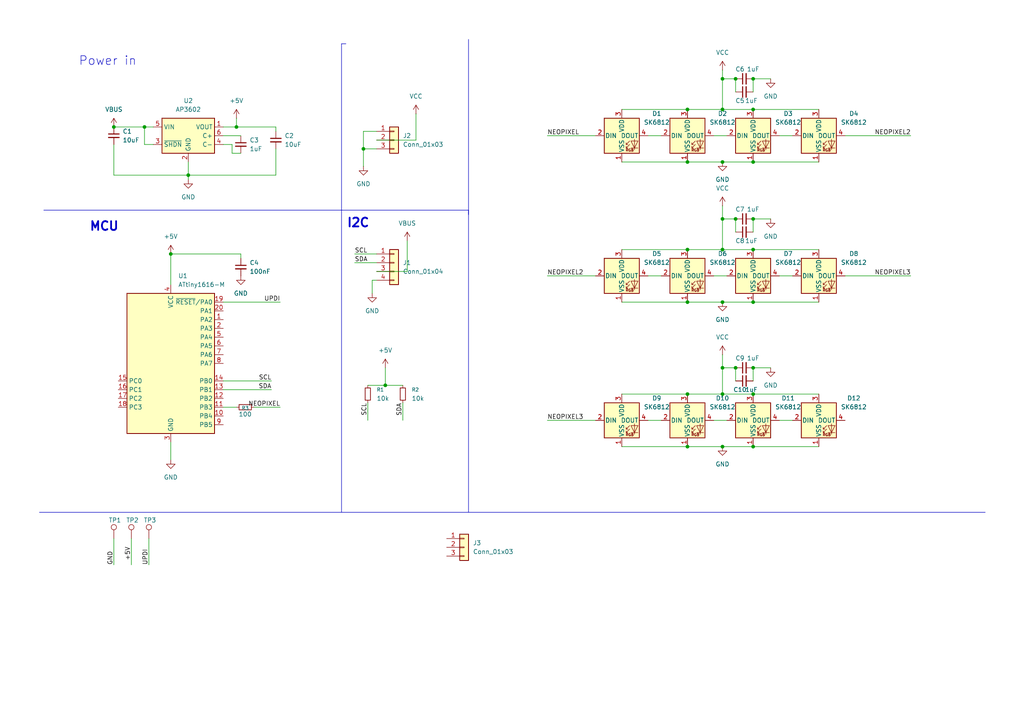
<source format=kicad_sch>
(kicad_sch (version 20250114) (generator "eeschema") (generator_version "9.0")
  (paper "A4")
  (lib_symbols
    (symbol "Connector:TestPoint" (pin_numbers (hide yes)) (pin_names (offset 0.762) (hide yes))
      (property "Reference" "TP" (at 0 6.858 0))
      (property "Value" "TestPoint" (at 0 5.08 0))
      (symbol "TestPoint_0_1"
        (circle (center 0 3.302) (radius 0.762))
      )
      (symbol "TestPoint_1_1"
        (pin passive line (at 0 0 90) (length 2.54) (name "1") (number "1"))
      )
    )
    (symbol "Connector_Generic:Conn_01x03" (pin_names (offset 1.016) (hide yes))
      (property "Reference" "J" (at 0 5.08 0))
      (property "Value" "Conn_01x03" (at 0 -5.08 0))
      (symbol "Conn_01x03_1_1"
        (rectangle (start -1.27 3.81) (end 1.27 -3.81) (stroke (width 0.254)) (fill (type background)))
        (rectangle (start -1.27 2.667) (end 0 2.413) (stroke (width 0.1524)))
        (rectangle (start -1.27 0.127) (end 0 -0.127) (stroke (width 0.1524)))
        (rectangle (start -1.27 -2.413) (end 0 -2.667) (stroke (width 0.1524)))
        (pin passive line (at -5.08 2.54 0) (length 3.81) (name "Pin_1") (number "1"))
        (pin passive line (at -5.08 0 0) (length 3.81) (name "Pin_2") (number "2"))
        (pin passive line (at -5.08 -2.54 0) (length 3.81) (name "Pin_3") (number "3"))
      )
    )
    (symbol "Connector_Generic:Conn_01x04" (pin_names (offset 1.016) (hide yes))
      (property "Reference" "J" (at 0 5.08 0))
      (property "Value" "Conn_01x04" (at 0 -7.62 0))
      (symbol "Conn_01x04_1_1"
        (rectangle (start -1.27 3.81) (end 1.27 -6.35) (stroke (width 0.254)) (fill (type background)))
        (rectangle (start -1.27 2.667) (end 0 2.413) (stroke (width 0.1524)))
        (rectangle (start -1.27 0.127) (end 0 -0.127) (stroke (width 0.1524)))
        (rectangle (start -1.27 -2.413) (end 0 -2.667) (stroke (width 0.1524)))
        (rectangle (start -1.27 -4.953) (end 0 -5.207) (stroke (width 0.1524)))
        (pin passive line (at -5.08 2.54 0) (length 3.81) (name "Pin_1") (number "1"))
        (pin passive line (at -5.08 0 0) (length 3.81) (name "Pin_2") (number "2"))
        (pin passive line (at -5.08 -2.54 0) (length 3.81) (name "Pin_3") (number "3"))
        (pin passive line (at -5.08 -5.08 0) (length 3.81) (name "Pin_4") (number "4"))
      )
    )
    (symbol "Device:C_Small" (pin_numbers (hide yes)) (pin_names (offset 0.254) (hide yes))
      (property "Reference" "C" (at 0.254 1.778 0))
      (property "Value" "C_Small" (at 0.254 -2.032 0))
      (symbol "C_Small_0_1"
        (polyline (pts (xy -1.524 0.508) (xy 1.524 0.508)) (stroke (width 0.3048)))
        (polyline (pts (xy -1.524 -0.508) (xy 1.524 -0.508)) (stroke (width 0.3302)))
      )
      (symbol "C_Small_1_1"
        (pin passive line (at 0 2.54 270) (length 2.032) (name "~") (number "1"))
        (pin passive line (at 0 -2.54 90) (length 2.032) (name "~") (number "2"))
      )
    )
    (symbol "Device:R_Small" (pin_numbers (hide yes)) (pin_names (offset 0.254) (hide yes))
      (property "Reference" "R" (at 0 0 90))
      (property "Value" "R_Small" (at 1.778 0 90))
      (symbol "R_Small_0_1"
        (rectangle (start -0.762 1.778) (end 0.762 -1.778) (stroke (width 0.2032)))
      )
      (symbol "R_Small_1_1"
        (pin passive line (at 0 2.54 270) (length 0.762) (name "~") (number "1"))
        (pin passive line (at 0 -2.54 90) (length 0.762) (name "~") (number "2"))
      )
    )
    (symbol "LED:SK6812" (pin_names (offset 0.254))
      (property "Reference" "D" (at 5.08 5.715 0))
      (property "Value" "SK6812" (at 1.27 -5.715 0))
      (symbol "SK6812_0_0"
        (text "RGB" (at 2.286 -4.191 0) (effects (font (size 0.762 0.762))))
      )
      (symbol "SK6812_0_1"
        (polyline (pts (xy 1.27 -2.54) (xy 1.778 -2.54)))
        (polyline (pts (xy 1.27 -3.556) (xy 1.778 -3.556)))
        (polyline (pts (xy 2.286 -1.524) (xy 1.27 -2.54) (xy 1.27 -2.032)))
        (polyline (pts (xy 2.286 -2.54) (xy 1.27 -3.556) (xy 1.27 -3.048)))
        (polyline (pts (xy 3.683 -1.016) (xy 3.683 -3.556) (xy 3.683 -4.064)))
        (polyline (pts (xy 4.699 -1.524) (xy 2.667 -1.524) (xy 3.683 -3.556) (xy 4.699 -1.524)))
        (polyline (pts (xy 4.699 -3.556) (xy 2.667 -3.556)))
        (rectangle (start 5.08 5.08) (end -5.08 -5.08) (stroke (width 0.254)) (fill (type background)))
      )
      (symbol "SK6812_1_1"
        (pin input line (at -7.62 0 0) (length 2.54) (name "DIN") (number "2"))
        (pin power_in line (at 0 7.62 270) (length 2.54) (name "VDD") (number "3"))
        (pin power_in line (at 0 -7.62 90) (length 2.54) (name "VSS") (number "1"))
        (pin output line (at 7.62 0 180) (length 2.54) (name "DOUT") (number "4"))
      )
    )
    (symbol "MCU_Microchip_ATtiny:ATtiny1616-M"
      (property "Reference" "U" (at -12.7 21.59 0))
      (property "Value" "ATtiny1616-M" (at 2.54 -21.59 0))
      (symbol "ATtiny1616-M_0_1"
        (rectangle (start -12.7 -20.32) (end 12.7 20.32) (stroke (width 0.254)) (fill (type background)))
      )
      (symbol "ATtiny1616-M_1_1"
        (pin bidirectional line (at -15.24 -5.08 0) (length 2.54) (name "PC0") (number "15"))
        (pin bidirectional line (at -15.24 -7.62 0) (length 2.54) (name "PC1") (number "16"))
        (pin bidirectional line (at -15.24 -10.16 0) (length 2.54) (name "PC2") (number "17"))
        (pin bidirectional line (at -15.24 -12.7 0) (length 2.54) (name "PC3") (number "18"))
        (pin power_in line (at 0 22.86 270) (length 2.54) (name "VCC") (number "4"))
        (pin passive line (at 0 -22.86 90) (length 2.54) (hide yes) (name "GND") (number "21"))
        (pin power_in line (at 0 -22.86 90) (length 2.54) (name "GND") (number "3"))
        (pin bidirectional line (at 15.24 17.78 180) (length 2.54) (name "~{RESET}/PA0") (number "19"))
        (pin bidirectional line (at 15.24 15.24 180) (length 2.54) (name "PA1") (number "20"))
        (pin bidirectional line (at 15.24 12.7 180) (length 2.54) (name "PA2") (number "1"))
        (pin bidirectional line (at 15.24 10.16 180) (length 2.54) (name "PA3") (number "2"))
        (pin bidirectional line (at 15.24 7.62 180) (length 2.54) (name "PA4") (number "5"))
        (pin bidirectional line (at 15.24 5.08 180) (length 2.54) (name "PA5") (number "6"))
        (pin bidirectional line (at 15.24 2.54 180) (length 2.54) (name "PA6") (number "7"))
        (pin bidirectional line (at 15.24 0 180) (length 2.54) (name "PA7") (number "8"))
        (pin bidirectional line (at 15.24 -5.08 180) (length 2.54) (name "PB0") (number "14"))
        (pin bidirectional line (at 15.24 -7.62 180) (length 2.54) (name "PB1") (number "13"))
        (pin bidirectional line (at 15.24 -10.16 180) (length 2.54) (name "PB2") (number "12"))
        (pin bidirectional line (at 15.24 -12.7 180) (length 2.54) (name "PB3") (number "11"))
        (pin bidirectional line (at 15.24 -15.24 180) (length 2.54) (name "PB4") (number "10"))
        (pin bidirectional line (at 15.24 -17.78 180) (length 2.54) (name "PB5") (number "9"))
      )
    )
    (symbol "Shurik personal:AP3602"
      (property "Reference" "U" (at -7.62 6.35 0))
      (property "Value" "AP3602" (at 5.08 6.35 0))
      (symbol "AP3602_0_1"
        (rectangle (start -7.62 5.08) (end 7.62 -5.08) (stroke (width 0.254)) (fill (type background)))
      )
      (symbol "AP3602_1_1"
        (pin power_in line (at -10.16 2.54 0) (length 2.54) (name "VIN") (number "5"))
        (pin input line (at -10.16 -2.54 0) (length 2.54) (name "~{SHDN}") (number "3"))
        (pin power_in line (at 0 -7.62 90) (length 2.54) (name "GND") (number "2"))
        (pin power_out line (at 10.16 2.54 180) (length 2.54) (name "VOUT") (number "1"))
        (pin input line (at 10.16 0 180) (length 2.54) (name "C+") (number "6"))
        (pin input line (at 10.16 -2.54 180) (length 2.54) (name "C-") (number "4"))
      )
    )
    (symbol "power:+5V" (power) (pin_numbers (hide yes)) (pin_names (offset 0) (hide yes))
      (property "Value" "+5V" (at 0 3.556 0))
      (symbol "+5V_0_1"
        (polyline (pts (xy -0.762 1.27) (xy 0 2.54)))
        (polyline (pts (xy 0 2.54) (xy 0.762 1.27)))
        (polyline (pts (xy 0 0) (xy 0 2.54)))
      )
      (symbol "+5V_1_1"
        (pin power_in line (at 0 0 90) (length 0) (name "~") (number "1"))
      )
    )
    (symbol "power:GND" (power) (pin_numbers (hide yes)) (pin_names (offset 0) (hide yes))
      (property "Value" "GND" (at 0 -3.81 0))
      (symbol "GND_0_1"
        (polyline (pts (xy 0 0) (xy 0 -1.27) (xy 1.27 -1.27) (xy 0 -2.54) (xy -1.27 -1.27) (xy 0 -1.27)))
      )
      (symbol "GND_1_1"
        (pin power_in line (at 0 0 270) (length 0) (name "~") (number "1"))
      )
    )
    (symbol "power:VBUS" (power) (pin_numbers (hide yes)) (pin_names (offset 0) (hide yes))
      (property "Value" "VBUS" (at 0 3.556 0))
      (symbol "VBUS_0_1"
        (polyline (pts (xy -0.762 1.27) (xy 0 2.54)))
        (polyline (pts (xy 0 2.54) (xy 0.762 1.27)))
        (polyline (pts (xy 0 0) (xy 0 2.54)))
      )
      (symbol "VBUS_1_1"
        (pin power_in line (at 0 0 90) (length 0) (name "~") (number "1"))
      )
    )
    (symbol "power:VCC" (power) (pin_numbers (hide yes)) (pin_names (offset 0) (hide yes))
      (property "Value" "VCC" (at 0 3.556 0))
      (symbol "VCC_0_1"
        (polyline (pts (xy -0.762 1.27) (xy 0 2.54)))
        (polyline (pts (xy 0 2.54) (xy 0.762 1.27)))
        (polyline (pts (xy 0 0) (xy 0 2.54)))
      )
      (symbol "VCC_1_1"
        (pin power_in line (at 0 0 90) (length 0) (name "~") (number "1"))
      )
    )
  )
  (text "I2C" (at 103.886 64.77 0) (effects (font (size 2.54 2.54) (thickness 0.508) (bold yes))))
  (text "MCU" (at 30.226 65.786 0) (effects (font (size 2.54 2.54) (thickness 0.508) (bold yes))))
  (text "Power in" (at 31.242 17.78 0) (effects (font (size 2.54 2.54))))
  (junction (at 199.39 87.63))
  (junction (at 209.55 46.99))
  (junction (at 218.44 46.99))
  (junction (at 68.58 36.83))
  (junction (at 111.76 111.76))
  (junction (at 218.44 22.86))
  (junction (at 218.44 129.54))
  (junction (at 209.55 31.75))
  (junction (at 199.39 31.75))
  (junction (at 218.44 72.39))
  (junction (at 209.55 129.54))
  (junction (at 213.36 106.68))
  (junction (at 209.55 72.39))
  (junction (at 218.44 31.75))
  (junction (at 218.44 63.5))
  (junction (at 199.39 72.39))
  (junction (at 209.55 87.63))
  (junction (at 213.36 63.5))
  (junction (at 209.55 63.5))
  (junction (at 218.44 106.68))
  (junction (at 41.91 36.83))
  (junction (at 213.36 22.86))
  (junction (at 33.02 36.83))
  (junction (at 218.44 87.63))
  (junction (at 209.55 22.86))
  (junction (at 218.44 114.3))
  (junction (at 209.55 106.68))
  (junction (at 199.39 114.3))
  (junction (at 54.61 50.8))
  (junction (at 105.41 43.18))
  (junction (at 209.55 114.3))
  (junction (at 199.39 46.99))
  (junction (at 199.39 129.54))
  (junction (at 49.53 73.66))
  (polyline (pts (xy 11.43 148.59) (xy 99.06 148.59)))
  (wire (pts (xy 109.22 78.74) (xy 118.11 78.74)))
  (wire (pts (xy 105.41 38.1) (xy 105.41 43.18)))
  (wire (pts (xy 38.1 156.21) (xy 38.1 163.83)))
  (wire (pts (xy 64.77 110.49) (xy 78.74 110.49)))
  (wire (pts (xy 209.55 31.75) (xy 218.44 31.75)))
  (wire (pts (xy 180.34 46.99) (xy 199.39 46.99)))
  (wire (pts (xy 67.31 44.45) (xy 69.85 44.45)))
  (wire (pts (xy 218.44 106.68) (xy 223.52 106.68)))
  (wire (pts (xy 207.01 39.37) (xy 210.82 39.37)))
  (wire (pts (xy 218.44 31.75) (xy 237.49 31.75)))
  (wire (pts (xy 180.34 114.3) (xy 199.39 114.3)))
  (wire (pts (xy 207.01 121.92) (xy 210.82 121.92)))
  (wire (pts (xy 44.45 41.91) (xy 41.91 41.91)))
  (wire (pts (xy 187.96 80.01) (xy 191.77 80.01)))
  (wire (pts (xy 64.77 36.83) (xy 68.58 36.83)))
  (wire (pts (xy 68.58 34.29) (xy 68.58 36.83)))
  (wire (pts (xy 209.55 87.63) (xy 218.44 87.63)))
  (wire (pts (xy 33.02 41.91) (xy 33.02 50.8)))
  (wire (pts (xy 218.44 87.63) (xy 237.49 87.63)))
  (polyline (pts (xy 135.89 148.59) (xy 99.06 148.59)))
  (wire (pts (xy 218.44 114.3) (xy 237.49 114.3)))
  (wire (pts (xy 49.53 128.27) (xy 49.53 133.35)))
  (wire (pts (xy 43.18 156.21) (xy 43.18 163.83)))
  (wire (pts (xy 111.76 106.68) (xy 111.76 111.76)))
  (wire (pts (xy 116.84 116.84) (xy 116.84 121.92)))
  (wire (pts (xy 209.55 102.87) (xy 209.55 106.68)))
  (wire (pts (xy 180.34 129.54) (xy 199.39 129.54)))
  (wire (pts (xy 41.91 36.83) (xy 44.45 36.83)))
  (wire (pts (xy 218.44 22.86) (xy 218.44 26.67)))
  (wire (pts (xy 218.44 22.86) (xy 223.52 22.86)))
  (wire (pts (xy 102.87 76.2) (xy 109.22 76.2)))
  (wire (pts (xy 54.61 46.99) (xy 54.61 50.8)))
  (wire (pts (xy 209.55 20.32) (xy 209.55 22.86)))
  (wire (pts (xy 105.41 43.18) (xy 105.41 48.26)))
  (wire (pts (xy 209.55 22.86) (xy 209.55 31.75)))
  (wire (pts (xy 107.95 81.28) (xy 107.95 85.09)))
  (wire (pts (xy 109.22 81.28) (xy 107.95 81.28)))
  (wire (pts (xy 209.55 129.54) (xy 218.44 129.54)))
  (wire (pts (xy 64.77 113.03) (xy 78.74 113.03)))
  (wire (pts (xy 199.39 129.54) (xy 209.55 129.54)))
  (wire (pts (xy 199.39 114.3) (xy 209.55 114.3)))
  (wire (pts (xy 207.01 80.01) (xy 210.82 80.01)))
  (wire (pts (xy 187.96 121.92) (xy 191.77 121.92)))
  (wire (pts (xy 105.41 43.18) (xy 109.22 43.18)))
  (wire (pts (xy 213.36 106.68) (xy 213.36 110.49)))
  (wire (pts (xy 226.06 39.37) (xy 229.87 39.37)))
  (wire (pts (xy 158.75 121.92) (xy 172.72 121.92)))
  (wire (pts (xy 218.44 72.39) (xy 237.49 72.39)))
  (polyline (pts (xy 135.89 148.59) (xy 285.75 148.59)))
  (wire (pts (xy 68.58 36.83) (xy 80.01 36.83)))
  (wire (pts (xy 209.55 46.99) (xy 218.44 46.99)))
  (wire (pts (xy 73.66 118.11) (xy 81.28 118.11)))
  (wire (pts (xy 106.68 116.84) (xy 106.68 121.92)))
  (wire (pts (xy 213.36 22.86) (xy 213.36 26.67)))
  (wire (pts (xy 209.55 63.5) (xy 209.55 72.39)))
  (wire (pts (xy 111.76 111.76) (xy 116.84 111.76)))
  (wire (pts (xy 33.02 156.21) (xy 33.02 163.83)))
  (wire (pts (xy 109.22 40.64) (xy 120.65 40.64)))
  (wire (pts (xy 226.06 121.92) (xy 229.87 121.92)))
  (wire (pts (xy 49.53 73.66) (xy 49.53 82.55)))
  (wire (pts (xy 218.44 63.5) (xy 223.52 63.5)))
  (wire (pts (xy 218.44 129.54) (xy 237.49 129.54)))
  (wire (pts (xy 67.31 41.91) (xy 67.31 44.45)))
  (wire (pts (xy 187.96 39.37) (xy 191.77 39.37)))
  (wire (pts (xy 209.55 59.69) (xy 209.55 63.5)))
  (wire (pts (xy 64.77 41.91) (xy 67.31 41.91)))
  (wire (pts (xy 209.55 106.68) (xy 213.36 106.68)))
  (wire (pts (xy 80.01 50.8) (xy 54.61 50.8)))
  (wire (pts (xy 54.61 50.8) (xy 54.61 52.07)))
  (wire (pts (xy 49.53 73.66) (xy 69.85 73.66)))
  (wire (pts (xy 218.44 46.99) (xy 237.49 46.99)))
  (wire (pts (xy 209.55 22.86) (xy 213.36 22.86)))
  (wire (pts (xy 209.55 72.39) (xy 218.44 72.39)))
  (wire (pts (xy 69.85 73.66) (xy 69.85 74.93)))
  (wire (pts (xy 180.34 87.63) (xy 199.39 87.63)))
  (wire (pts (xy 106.68 111.76) (xy 111.76 111.76)))
  (wire (pts (xy 118.11 69.85) (xy 118.11 78.74)))
  (wire (pts (xy 180.34 72.39) (xy 199.39 72.39)))
  (wire (pts (xy 218.44 63.5) (xy 218.44 67.31)))
  (wire (pts (xy 64.77 87.63) (xy 81.28 87.63)))
  (wire (pts (xy 120.65 33.02) (xy 120.65 40.64)))
  (polyline (pts (xy 99.06 60.96) (xy 135.89 60.96)))
  (polyline (pts (xy 135.89 11.43) (xy 135.89 148.59)))
  (polyline (pts (xy 12.7 60.96) (xy 99.06 60.96)))
  (wire (pts (xy 80.01 43.18) (xy 80.01 50.8)))
  (wire (pts (xy 245.11 39.37) (xy 264.16 39.37)))
  (wire (pts (xy 64.77 118.11) (xy 68.58 118.11)))
  (wire (pts (xy 199.39 72.39) (xy 209.55 72.39)))
  (wire (pts (xy 33.02 36.83) (xy 41.91 36.83)))
  (wire (pts (xy 213.36 63.5) (xy 213.36 67.31)))
  (wire (pts (xy 218.44 106.68) (xy 218.44 110.49)))
  (polyline (pts (xy 99.06 12.7) (xy 100.33 12.7)))
  (wire (pts (xy 33.02 50.8) (xy 54.61 50.8)))
  (wire (pts (xy 209.55 114.3) (xy 218.44 114.3)))
  (polyline (pts (xy 99.06 60.96) (xy 99.06 12.7)))
  (wire (pts (xy 158.75 39.37) (xy 172.72 39.37)))
  (wire (pts (xy 64.77 39.37) (xy 69.85 39.37)))
  (wire (pts (xy 245.11 80.01) (xy 264.16 80.01)))
  (wire (pts (xy 102.87 73.66) (xy 109.22 73.66)))
  (wire (pts (xy 209.55 63.5) (xy 213.36 63.5)))
  (wire (pts (xy 41.91 41.91) (xy 41.91 36.83)))
  (wire (pts (xy 180.34 31.75) (xy 199.39 31.75)))
  (wire (pts (xy 199.39 46.99) (xy 209.55 46.99)))
  (wire (pts (xy 199.39 87.63) (xy 209.55 87.63)))
  (wire (pts (xy 226.06 80.01) (xy 229.87 80.01)))
  (polyline (pts (xy 99.06 60.96) (xy 99.06 148.59)))
  (wire (pts (xy 105.41 38.1) (xy 109.22 38.1)))
  (wire (pts (xy 209.55 106.68) (xy 209.55 114.3)))
  (wire (pts (xy 158.75 80.01) (xy 172.72 80.01)))
  (wire (pts (xy 80.01 36.83) (xy 80.01 38.1)))
  (polyline (pts (xy 135.89 60.96) (xy 135.89 62.23)))
  (wire (pts (xy 199.39 31.75) (xy 209.55 31.75)))
  (label "SDA" (at 102.87 76.2 0))
  (label "NEOPIXEL3" (at 158.75 121.92 0))
  (label "SCL" (at 78.74 110.49 180))
  (label "GND" (at 33.02 163.83 90))
  (label "SCL" (at 102.87 73.66 0))
  (label "SDA" (at 116.84 116.84 270))
  (label "NEOPIXEL2" (at 158.75 80.01 0))
  (label "NEOPIXEL3" (at 264.16 80.01 180))
  (label "UPDI" (at 43.18 163.83 90))
  (label "NEOPIXEL" (at 81.28 118.11 180))
  (label "+5V" (at 38.1 162.56 90))
  (label "SDA" (at 78.74 113.03 180))
  (label "NEOPIXEL" (at 158.75 39.37 0))
  (label "UPDI" (at 81.28 87.63 180))
  (label "NEOPIXEL2" (at 264.16 39.37 180))
  (label "SCL" (at 106.68 116.84 270))
  (symbol (lib_id "Connector_Generic:Conn_01x03") (at 134.62 158.75 0) (unit 1)
    (property "Reference" "J3" (at 137.16 157.4799 0) (effects (justify left)))
    (property "Value" "Conn_01x03" (at 137.16 160.0199 0) (effects (justify left)))
    (property "Description" "Generic connector, single row, 01x03, script generated (kicad-library-utils/schlib/autogen/connector/)" (effects (hide yes)))
  )
  (symbol (lib_id "Device:R_Small") (at 116.84 114.3 0) (unit 1)
    (property "Reference" "R2" (at 119.38 113.0299 0) (effects (font (size 1.016 1.016)) (justify left)))
    (property "Value" "10k" (at 119.38 115.5699 0) (effects (justify left)))
    (property "Footprint" "Resistor_SMD:R_0603_1608Metric" (effects (hide yes)))
    (property "Description" "Resistor, small symbol" (effects (hide yes)))
  )
  (symbol (lib_id "Connector:TestPoint") (at 38.1 156.21 0) (unit 1)
    (property "Reference" "TP2" (at 36.576 150.876 0) (effects (justify left)))
    (property "Value" "TestPoint" (effects (hide yes)))
    (property "Footprint" "TestPoint:TestPoint_THTPad_D1.5mm_Drill0.7mm" (effects (hide yes)))
    (property "Description" "test point" (effects (hide yes)))
  )
  (symbol (lib_id "power:GND") (at 54.61 52.07 0) (unit 1)
    (property "Reference" "#PWR010" (effects (hide yes)))
    (property "Value" "GND" (at 54.61 57.15 0))
    (property "Description" "Power symbol creates a global label with name \"GND\" , ground" (effects (hide yes)))
  )
  (symbol (lib_id "LED:SK6812") (at 237.49 80.01 0) (unit 1)
    (property "Reference" "D8" (at 247.65 73.5898 0))
    (property "Value" "SK6812" (at 247.65 76.1298 0))
    (property "Footprint" "LED_SMD:LED_SK6812_PLCC4_5.0x5.0mm_P3.2mm" (effects (hide yes)))
    (property "Datasheet" "https://cdn-shop.adafruit.com/product-files/1138/SK6812+LED+datasheet+.pdf" (effects (hide yes)))
    (property "Description" "RGB LED with integrated controller" (effects (hide yes)))
  )
  (symbol (lib_id "Device:C_Small") (at 215.9 67.31 90) (unit 1)
    (property "Reference" "C8" (at 214.63 69.85 90))
    (property "Value" "1uF" (at 217.932 69.85 90))
    (property "Footprint" "Capacitor_SMD:C_0603_1608Metric" (effects (hide yes)))
    (property "Description" "Unpolarized capacitor, small symbol" (effects (hide yes)))
  )
  (symbol (lib_id "Device:C_Small") (at 215.9 26.67 90) (unit 1)
    (property "Reference" "C5" (at 214.63 29.21 90))
    (property "Value" "1uF" (at 217.932 29.21 90))
    (property "Footprint" "Capacitor_SMD:C_0603_1608Metric" (effects (hide yes)))
    (property "Description" "Unpolarized capacitor, small symbol" (effects (hide yes)))
  )
  (symbol (lib_id "Connector:TestPoint") (at 43.18 156.21 0) (unit 1)
    (property "Reference" "TP3" (at 41.656 150.876 0) (effects (justify left)))
    (property "Value" "TestPoint" (effects (hide yes)))
    (property "Footprint" "TestPoint:TestPoint_THTPad_D1.5mm_Drill0.7mm" (effects (hide yes)))
    (property "Description" "test point" (effects (hide yes)))
  )
  (symbol (lib_id "MCU_Microchip_ATtiny:ATtiny1616-M") (at 49.53 105.41 0) (unit 1)
    (property "Reference" "U1" (at 51.6733 80.01 0) (effects (justify left)))
    (property "Value" "ATtiny1616-M" (at 51.6733 82.55 0) (effects (justify left)))
    (property "Footprint" "Package_DFN_QFN:VQFN-20-1EP_3x3mm_P0.4mm_EP1.7x1.7mm" (effects (hide yes)))
    (property "Datasheet" "http://ww1.microchip.com/downloads/en/DeviceDoc/ATtiny3216_ATtiny1616-data-sheet-40001997B.pdf" (effects (hide yes)))
    (property "Description" "20MHz, 16kB Flash, 2kB SRAM, 256B EEPROM, VQFN-20" (effects (hide yes)))
  )
  (symbol (lib_id "LED:SK6812") (at 218.44 39.37 0) (unit 1)
    (property "Reference" "D3" (at 228.6 32.9498 0))
    (property "Value" "SK6812" (at 228.6 35.4898 0))
    (property "Footprint" "LED_SMD:LED_SK6812_PLCC4_5.0x5.0mm_P3.2mm" (effects (hide yes)))
    (property "Datasheet" "https://cdn-shop.adafruit.com/product-files/1138/SK6812+LED+datasheet+.pdf" (effects (hide yes)))
    (property "Description" "RGB LED with integrated controller" (effects (hide yes)))
  )
  (symbol (lib_id "power:VCC") (at 209.55 59.69 0) (unit 1)
    (property "Reference" "#PWR014" (effects (hide yes)))
    (property "Value" "VCC" (at 209.55 54.61 0))
    (property "Description" "Power symbol creates a global label with name \"VCC\"" (effects (hide yes)))
  )
  (symbol (lib_id "LED:SK6812") (at 218.44 80.01 0) (unit 1)
    (property "Reference" "D7" (at 228.6 73.5898 0))
    (property "Value" "SK6812" (at 228.6 76.1298 0))
    (property "Footprint" "LED_SMD:LED_SK6812_PLCC4_5.0x5.0mm_P3.2mm" (effects (hide yes)))
    (property "Datasheet" "https://cdn-shop.adafruit.com/product-files/1138/SK6812+LED+datasheet+.pdf" (effects (hide yes)))
    (property "Description" "RGB LED with integrated controller" (effects (hide yes)))
  )
  (symbol (lib_id "Connector:TestPoint") (at 33.02 156.21 0) (unit 1)
    (property "Reference" "TP1" (at 31.496 150.876 0) (effects (justify left)))
    (property "Value" "TestPoint" (effects (hide yes)))
    (property "Footprint" "TestPoint:TestPoint_THTPad_D1.5mm_Drill0.7mm" (effects (hide yes)))
    (property "Description" "test point" (effects (hide yes)))
  )
  (symbol (lib_id "power:GND") (at 49.53 133.35 0) (unit 1)
    (property "Reference" "#PWR02" (effects (hide yes)))
    (property "Value" "GND" (at 49.53 138.43 0))
    (property "Description" "Power symbol creates a global label with name \"GND\" , ground" (effects (hide yes)))
  )
  (symbol (lib_id "Device:R_Small") (at 71.12 118.11 90) (unit 1)
    (property "Reference" "R3" (at 71.12 118.364 90) (effects (font (size 1.016 1.016))))
    (property "Value" "100" (at 71.12 120.142 90))
    (property "Footprint" "Resistor_SMD:R_0603_1608Metric" (effects (hide yes)))
    (property "Description" "Resistor, small symbol" (effects (hide yes)))
  )
  (symbol (lib_id "power:GND") (at 223.52 22.86 0) (unit 1)
    (property "Reference" "#PWR018" (effects (hide yes)))
    (property "Value" "GND" (at 223.52 27.94 0))
    (property "Description" "Power symbol creates a global label with name \"GND\" , ground" (effects (hide yes)))
  )
  (symbol (lib_id "power:GND") (at 209.55 87.63 0) (unit 1)
    (property "Reference" "#PWR015" (effects (hide yes)))
    (property "Value" "GND" (at 209.55 92.71 0))
    (property "Description" "Power symbol creates a global label with name \"GND\" , ground" (effects (hide yes)))
  )
  (symbol (lib_id "LED:SK6812") (at 180.34 39.37 0) (unit 1)
    (property "Reference" "D1" (at 190.5 32.9498 0))
    (property "Value" "SK6812" (at 190.5 35.4898 0))
    (property "Footprint" "LED_SMD:LED_SK6812_PLCC4_5.0x5.0mm_P3.2mm" (effects (hide yes)))
    (property "Datasheet" "https://cdn-shop.adafruit.com/product-files/1138/SK6812+LED+datasheet+.pdf" (effects (hide yes)))
    (property "Description" "RGB LED with integrated controller" (effects (hide yes)))
  )
  (symbol (lib_id "power:VCC") (at 209.55 102.87 0) (unit 1)
    (property "Reference" "#PWR016" (effects (hide yes)))
    (property "Value" "VCC" (at 209.55 97.79 0))
    (property "Description" "Power symbol creates a global label with name \"VCC\"" (effects (hide yes)))
  )
  (symbol (lib_id "power:GND") (at 107.95 85.09 0) (unit 1)
    (property "Reference" "#PWR07" (effects (hide yes)))
    (property "Value" "GND" (at 107.95 90.17 0))
    (property "Description" "Power symbol creates a global label with name \"GND\" , ground" (effects (hide yes)))
  )
  (symbol (lib_id "LED:SK6812") (at 180.34 80.01 0) (unit 1)
    (property "Reference" "D5" (at 190.5 73.5898 0))
    (property "Value" "SK6812" (at 190.5 76.1298 0))
    (property "Footprint" "LED_SMD:LED_SK6812_PLCC4_5.0x5.0mm_P3.2mm" (effects (hide yes)))
    (property "Datasheet" "https://cdn-shop.adafruit.com/product-files/1138/SK6812+LED+datasheet+.pdf" (effects (hide yes)))
    (property "Description" "RGB LED with integrated controller" (effects (hide yes)))
  )
  (symbol (lib_id "power:VBUS") (at 118.11 69.85 0) (unit 1)
    (property "Reference" "#PWR03" (effects (hide yes)))
    (property "Value" "VBUS" (at 118.11 64.77 0))
    (property "Description" "Power symbol creates a global label with name \"VBUS\"" (effects (hide yes)))
  )
  (symbol (lib_id "LED:SK6812") (at 199.39 121.92 0) (unit 1)
    (property "Reference" "D10" (at 209.55 115.4998 0))
    (property "Value" "SK6812" (at 209.55 118.0398 0))
    (property "Footprint" "LED_SMD:LED_SK6812_PLCC4_5.0x5.0mm_P3.2mm" (effects (hide yes)))
    (property "Datasheet" "https://cdn-shop.adafruit.com/product-files/1138/SK6812+LED+datasheet+.pdf" (effects (hide yes)))
    (property "Description" "RGB LED with integrated controller" (effects (hide yes)))
  )
  (symbol (lib_id "Connector_Generic:Conn_01x04") (at 114.3 76.2 0) (unit 1)
    (property "Reference" "J1" (at 116.84 76.1999 0) (effects (justify left)))
    (property "Value" "Conn_01x04" (at 116.84 78.7399 0) (effects (justify left)))
    (property "Footprint" "Connector_JST:JST_PH_S4B-PH-SM4-TB_1x04-1MP_P2.00mm_Horizontal" (effects (hide yes)))
    (property "Description" "Generic connector, single row, 01x04, script generated (kicad-library-utils/schlib/autogen/connector/)" (effects (hide yes)))
  )
  (symbol (lib_id "power:VCC") (at 120.65 33.02 0) (unit 1)
    (property "Reference" "#PWR011" (effects (hide yes)))
    (property "Value" "VCC" (at 120.65 27.94 0))
    (property "Description" "Power symbol creates a global label with name \"VCC\"" (effects (hide yes)))
  )
  (symbol (lib_id "power:+5V") (at 49.53 73.66 0) (unit 1)
    (property "Reference" "#PWR01" (effects (hide yes)))
    (property "Value" "+5V" (at 49.53 68.58 0))
    (property "Description" "Power symbol creates a global label with name \"+5V\"" (effects (hide yes)))
  )
  (symbol (lib_id "Device:C_Small") (at 215.9 63.5 90) (unit 1)
    (property "Reference" "C7" (at 214.63 60.706 90))
    (property "Value" "1uF" (at 218.44 60.706 90))
    (property "Footprint" "Capacitor_SMD:C_0603_1608Metric" (effects (hide yes)))
    (property "Description" "Unpolarized capacitor, small symbol" (effects (hide yes)))
  )
  (symbol (lib_id "power:GND") (at 105.41 48.26 0) (unit 1)
    (property "Reference" "#PWR04" (effects (hide yes)))
    (property "Value" "GND" (at 105.41 53.34 0))
    (property "Description" "Power symbol creates a global label with name \"GND\" , ground" (effects (hide yes)))
  )
  (symbol (lib_id "LED:SK6812") (at 199.39 39.37 0) (unit 1)
    (property "Reference" "D2" (at 209.55 32.9498 0))
    (property "Value" "SK6812" (at 209.55 35.4898 0))
    (property "Footprint" "LED_SMD:LED_SK6812_PLCC4_5.0x5.0mm_P3.2mm" (effects (hide yes)))
    (property "Datasheet" "https://cdn-shop.adafruit.com/product-files/1138/SK6812+LED+datasheet+.pdf" (effects (hide yes)))
    (property "Description" "RGB LED with integrated controller" (effects (hide yes)))
  )
  (symbol (lib_id "Device:C_Small") (at 69.85 77.47 0) (unit 1)
    (property "Reference" "C4" (at 72.39 76.2062 0) (effects (justify left)))
    (property "Value" "100nF" (at 72.39 78.7462 0) (effects (justify left)))
    (property "Footprint" "Capacitor_SMD:C_0603_1608Metric" (effects (hide yes)))
    (property "Description" "Unpolarized capacitor, small symbol" (effects (hide yes)))
  )
  (symbol (lib_id "power:GND") (at 209.55 129.54 0) (unit 1)
    (property "Reference" "#PWR017" (effects (hide yes)))
    (property "Value" "GND" (at 209.55 134.62 0))
    (property "Description" "Power symbol creates a global label with name \"GND\" , ground" (effects (hide yes)))
  )
  (symbol (lib_id "power:GND") (at 223.52 63.5 0) (unit 1)
    (property "Reference" "#PWR019" (effects (hide yes)))
    (property "Value" "GND" (at 223.52 68.58 0))
    (property "Description" "Power symbol creates a global label with name \"GND\" , ground" (effects (hide yes)))
  )
  (symbol (lib_id "Device:C_Small") (at 80.01 40.64 0) (unit 1)
    (property "Reference" "C2" (at 82.55 39.3762 0) (effects (justify left)))
    (property "Value" "10uF" (at 82.55 41.9162 0) (effects (justify left)))
    (property "Footprint" "Capacitor_SMD:C_0805_2012Metric" (effects (hide yes)))
    (property "Description" "Unpolarized capacitor, small symbol" (effects (hide yes)))
  )
  (symbol (lib_id "power:VCC") (at 209.55 20.32 0) (unit 1)
    (property "Reference" "#PWR013" (effects (hide yes)))
    (property "Value" "VCC" (at 209.55 15.24 0))
    (property "Description" "Power symbol creates a global label with name \"VCC\"" (effects (hide yes)))
  )
  (symbol (lib_id "LED:SK6812") (at 180.34 121.92 0) (unit 1)
    (property "Reference" "D9" (at 190.5 115.4998 0))
    (property "Value" "SK6812" (at 190.5 118.0398 0))
    (property "Footprint" "LED_SMD:LED_SK6812_PLCC4_5.0x5.0mm_P3.2mm" (effects (hide yes)))
    (property "Datasheet" "https://cdn-shop.adafruit.com/product-files/1138/SK6812+LED+datasheet+.pdf" (effects (hide yes)))
    (property "Description" "RGB LED with integrated controller" (effects (hide yes)))
  )
  (symbol (lib_id "Shurik personal:AP3602") (at 54.61 39.37 0) (unit 1)
    (property "Reference" "U2" (at 54.61 29.21 0))
    (property "Value" "AP3602" (at 54.61 31.75 0))
    (property "Footprint" "Package_TO_SOT_SMD:TSOT-23-6" (effects (hide yes)))
    (property "Datasheet" "https://www.diodes.com/assets/Datasheets/AP3602A.pdf" (effects (hide yes)))
    (property "Description" "100mA Regulated Charge Pump" (effects (hide yes)))
  )
  (symbol (lib_id "LED:SK6812") (at 237.49 121.92 0) (unit 1)
    (property "Reference" "D12" (at 247.65 115.4998 0))
    (property "Value" "SK6812" (at 247.65 118.0398 0))
    (property "Footprint" "LED_SMD:LED_SK6812_PLCC4_5.0x5.0mm_P3.2mm" (effects (hide yes)))
    (property "Datasheet" "https://cdn-shop.adafruit.com/product-files/1138/SK6812+LED+datasheet+.pdf" (effects (hide yes)))
    (property "Description" "RGB LED with integrated controller" (effects (hide yes)))
  )
  (symbol (lib_id "Device:C_Small") (at 33.02 39.37 0) (unit 1)
    (property "Reference" "C1" (at 35.56 38.1062 0) (effects (justify left)))
    (property "Value" "10uF" (at 35.56 40.6462 0) (effects (justify left)))
    (property "Footprint" "Capacitor_SMD:C_0805_2012Metric" (effects (hide yes)))
    (property "Description" "Unpolarized capacitor, small symbol" (effects (hide yes)))
  )
  (symbol (lib_id "power:+5V") (at 68.58 34.29 0) (unit 1)
    (property "Reference" "#PWR09" (effects (hide yes)))
    (property "Value" "+5V" (at 68.58 29.21 0))
    (property "Description" "Power symbol creates a global label with name \"+5V\"" (effects (hide yes)))
  )
  (symbol (lib_id "power:VBUS") (at 33.02 36.83 0) (unit 1)
    (property "Reference" "#PWR06" (effects (hide yes)))
    (property "Value" "VBUS" (at 33.02 31.75 0))
    (property "Description" "Power symbol creates a global label with name \"VBUS\"" (effects (hide yes)))
  )
  (symbol (lib_id "LED:SK6812") (at 218.44 121.92 0) (unit 1)
    (property "Reference" "D11" (at 228.6 115.4998 0))
    (property "Value" "SK6812" (at 228.6 118.0398 0))
    (property "Footprint" "LED_SMD:LED_SK6812_PLCC4_5.0x5.0mm_P3.2mm" (effects (hide yes)))
    (property "Datasheet" "https://cdn-shop.adafruit.com/product-files/1138/SK6812+LED+datasheet+.pdf" (effects (hide yes)))
    (property "Description" "RGB LED with integrated controller" (effects (hide yes)))
  )
  (symbol (lib_id "Device:R_Small") (at 106.68 114.3 0) (unit 1)
    (property "Reference" "R1" (at 109.22 113.0299 0) (effects (font (size 1.016 1.016)) (justify left)))
    (property "Value" "10k" (at 109.22 115.5699 0) (effects (justify left)))
    (property "Footprint" "Resistor_SMD:R_0603_1608Metric" (effects (hide yes)))
    (property "Description" "Resistor, small symbol" (effects (hide yes)))
  )
  (symbol (lib_id "power:GND") (at 69.85 80.01 0) (unit 1)
    (property "Reference" "#PWR08" (effects (hide yes)))
    (property "Value" "GND" (at 69.85 85.09 0))
    (property "Description" "Power symbol creates a global label with name \"GND\" , ground" (effects (hide yes)))
  )
  (symbol (lib_id "Device:C_Small") (at 69.85 41.91 0) (unit 1)
    (property "Reference" "C3" (at 72.39 40.6462 0) (effects (justify left)))
    (property "Value" "1uF" (at 72.39 43.1862 0) (effects (justify left)))
    (property "Footprint" "Capacitor_SMD:C_0603_1608Metric" (effects (hide yes)))
    (property "Description" "Unpolarized capacitor, small symbol" (effects (hide yes)))
  )
  (symbol (lib_id "LED:SK6812") (at 199.39 80.01 0) (unit 1)
    (property "Reference" "D6" (at 209.55 73.5898 0))
    (property "Value" "SK6812" (at 209.55 76.1298 0))
    (property "Footprint" "LED_SMD:LED_SK6812_PLCC4_5.0x5.0mm_P3.2mm" (effects (hide yes)))
    (property "Datasheet" "https://cdn-shop.adafruit.com/product-files/1138/SK6812+LED+datasheet+.pdf" (effects (hide yes)))
    (property "Description" "RGB LED with integrated controller" (effects (hide yes)))
  )
  (symbol (lib_id "LED:SK6812") (at 237.49 39.37 0) (unit 1)
    (property "Reference" "D4" (at 247.65 32.9498 0))
    (property "Value" "SK6812" (at 247.65 35.4898 0))
    (property "Footprint" "LED_SMD:LED_SK6812_PLCC4_5.0x5.0mm_P3.2mm" (effects (hide yes)))
    (property "Datasheet" "https://cdn-shop.adafruit.com/product-files/1138/SK6812+LED+datasheet+.pdf" (effects (hide yes)))
    (property "Description" "RGB LED with integrated controller" (effects (hide yes)))
  )
  (symbol (lib_id "Device:C_Small") (at 215.9 106.68 90) (unit 1)
    (property "Reference" "C9" (at 214.63 103.886 90))
    (property "Value" "1uF" (at 218.44 103.886 90))
    (property "Footprint" "Capacitor_SMD:C_0603_1608Metric" (effects (hide yes)))
    (property "Description" "Unpolarized capacitor, small symbol" (effects (hide yes)))
  )
  (symbol (lib_id "Connector_Generic:Conn_01x03") (at 114.3 40.64 0) (unit 1)
    (property "Reference" "J2" (at 116.84 39.3699 0) (effects (justify left)))
    (property "Value" "Conn_01x03" (at 116.84 41.9099 0) (effects (justify left)))
    (property "Footprint" "Connector_PinHeader_2.54mm:PinHeader_1x03_P2.54mm_Horizontal" (effects (hide yes)))
    (property "Description" "Generic connector, single row, 01x03, script generated (kicad-library-utils/schlib/autogen/connector/)" (effects (hide yes)))
  )
  (symbol (lib_id "power:GND") (at 223.52 106.68 0) (unit 1)
    (property "Reference" "#PWR020" (effects (hide yes)))
    (property "Value" "GND" (at 223.52 111.76 0))
    (property "Description" "Power symbol creates a global label with name \"GND\" , ground" (effects (hide yes)))
  )
  (symbol (lib_id "Device:C_Small") (at 215.9 22.86 90) (unit 1)
    (property "Reference" "C6" (at 214.63 20.066 90))
    (property "Value" "1uF" (at 218.44 20.066 90))
    (property "Footprint" "Capacitor_SMD:C_0603_1608Metric" (effects (hide yes)))
    (property "Description" "Unpolarized capacitor, small symbol" (effects (hide yes)))
  )
  (symbol (lib_id "power:GND") (at 209.55 46.99 0) (unit 1)
    (property "Reference" "#PWR012" (effects (hide yes)))
    (property "Value" "GND" (at 209.55 52.07 0))
    (property "Description" "Power symbol creates a global label with name \"GND\" , ground" (effects (hide yes)))
  )
  (symbol (lib_id "power:+5V") (at 111.76 106.68 0) (unit 1)
    (property "Reference" "#PWR05" (effects (hide yes)))
    (property "Value" "+5V" (at 111.76 101.6 0))
    (property "Description" "Power symbol creates a global label with name \"+5V\"" (effects (hide yes)))
  )
  (symbol (lib_id "Device:C_Small") (at 215.9 110.49 90) (unit 1)
    (property "Reference" "C10" (at 214.63 113.03 90))
    (property "Value" "1uF" (at 217.932 113.03 90))
    (property "Footprint" "Capacitor_SMD:C_0603_1608Metric" (effects (hide yes)))
    (property "Description" "Unpolarized capacitor, small symbol" (effects (hide yes)))
  )
)
</source>
